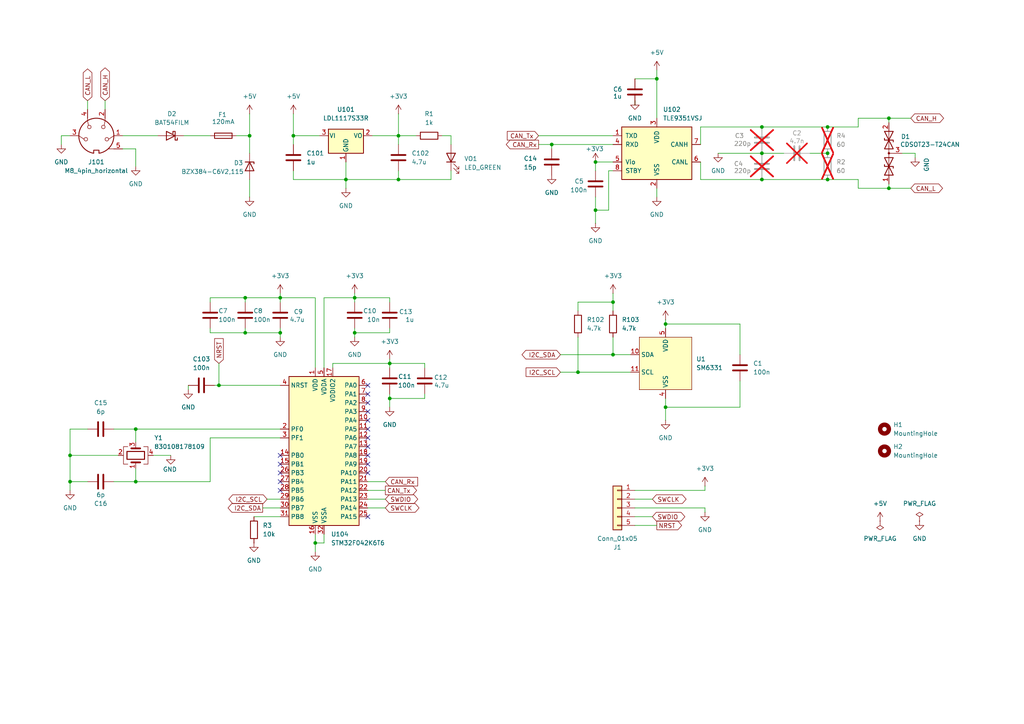
<source format=kicad_sch>
(kicad_sch (version 20231120) (generator "eeschema") (generator_version "8.0")
  (paper "A4")
  (lib_symbols
    (symbol "ASS_parts:SM6331"
      (property "Reference" "U" (at 0 1.27 0))
      (property "Value" "SM6331" (at 0 -1.27 0))
      (symbol "SM6331_0_0"
        (pin no_connect line (at 10.16 0 180) (length 2.54) hide (name "") (number "1"))
        (pin bidirectional line (at -10.16 2.54 0) (length 2.54) (name "SDA") (number "10"))
        (pin input line (at -10.16 -2.54 0) (length 2.54) (name "SCL") (number "11"))
        (pin no_connect line (at 10.16 0 180) (length 2.54) hide (name "") (number "12"))
        (pin no_connect line (at 10.16 0 180) (length 2.54) hide (name "") (number "13"))
        (pin no_connect line (at 10.16 0 180) (length 2.54) hide (name "") (number "14"))
        (pin no_connect line (at 10.16 0 180) (length 2.54) hide (name "") (number "15"))
        (pin no_connect line (at 10.16 0 180) (length 2.54) hide (name "") (number "16"))
        (pin no_connect line (at 10.16 0 180) (length 2.54) hide (name "") (number "2"))
        (pin no_connect line (at 10.16 0 180) (length 2.54) hide (name "") (number "3"))
        (pin power_in line (at 0 -10.16 90) (length 2.54) (name "VSS") (number "4"))
        (pin power_in line (at 0 10.16 270) (length 2.54) (name "VDD") (number "5"))
        (pin no_connect line (at 10.16 0 180) (length 2.54) hide (name "") (number "6"))
        (pin no_connect line (at 10.16 0 180) (length 2.54) hide (name "") (number "7"))
        (pin no_connect line (at 10.16 0 180) (length 2.54) hide (name "") (number "8"))
        (pin no_connect line (at 10.16 0 180) (length 2.54) hide (name "") (number "9"))
      )
      (symbol "SM6331_0_1"
        (rectangle (start -7.62 7.62) (end 7.62 -7.62) (fill (type background)))
      )
    )
    (symbol "Connector_Generic:Conn_01x05" (pin_names (offset 1.016) hide)
      (property "Reference" "J" (at 0 7.62 0))
      (property "Value" "Conn_01x05" (at 0 -7.62 0))
      (symbol "Conn_01x05_1_1"
        (rectangle (start -1.27 -4.953) (end 0 -5.207) (stroke (width 0.1524)))
        (rectangle (start -1.27 -2.413) (end 0 -2.667) (stroke (width 0.1524)))
        (rectangle (start -1.27 0.127) (end 0 -0.127) (stroke (width 0.1524)))
        (rectangle (start -1.27 2.667) (end 0 2.413) (stroke (width 0.1524)))
        (rectangle (start -1.27 5.207) (end 0 4.953) (stroke (width 0.1524)))
        (rectangle (start -1.27 6.35) (end 1.27 -6.35) (stroke (width 0.254)) (fill (type background)))
        (pin passive line (at -5.08 5.08 0) (length 3.81) (name "Pin_1") (number "1"))
        (pin passive line (at -5.08 2.54 0) (length 3.81) (name "Pin_2") (number "2"))
        (pin passive line (at -5.08 0 0) (length 3.81) (name "Pin_3") (number "3"))
        (pin passive line (at -5.08 -2.54 0) (length 3.81) (name "Pin_4") (number "4"))
        (pin passive line (at -5.08 -5.08 0) (length 3.81) (name "Pin_5") (number "5"))
      )
    )
    (symbol "Device:C" (pin_numbers hide) (pin_names (offset 0.254))
      (property "Reference" "C" (at 0.635 2.54 0))
      (property "Value" "C" (at 0.635 -2.54 0))
      (symbol "C_0_1"
        (polyline (pts (xy -2.032 -0.762) (xy 2.032 -0.762)) (stroke (width 0.508)))
        (polyline (pts (xy -2.032 0.762) (xy 2.032 0.762)) (stroke (width 0.508)))
      )
      (symbol "C_1_1"
        (pin passive line (at 0 3.81 270) (length 2.794) (name "~") (number "1"))
        (pin passive line (at 0 -3.81 90) (length 2.794) (name "~") (number "2"))
      )
    )
    (symbol "Device:D_Schottky" (pin_numbers hide) (pin_names (offset 1.016) hide)
      (property "Reference" "D" (at 0 2.54 0))
      (property "Value" "D_Schottky" (at 0 -2.54 0))
      (symbol "D_Schottky_0_1"
        (polyline (pts (xy 1.27 0) (xy -1.27 0)))
        (polyline (pts (xy 1.27 1.27) (xy 1.27 -1.27) (xy -1.27 0) (xy 1.27 1.27)) (stroke (width 0.254)))
        (polyline (pts (xy -1.905 0.635) (xy -1.905 1.27) (xy -1.27 1.27) (xy -1.27 -1.27) (xy -0.635 -1.27) (xy -0.635 -0.635)) (stroke (width 0.254)))
      )
      (symbol "D_Schottky_1_1"
        (pin passive line (at -3.81 0 0) (length 2.54) (name "K") (number "1"))
        (pin passive line (at 3.81 0 180) (length 2.54) (name "A") (number "2"))
      )
    )
    (symbol "Device:D_TVS_Dual_AAC" (pin_names (offset 1.016) hide)
      (property "Reference" "D" (at 0 4.445 0))
      (property "Value" "D_TVS_Dual_AAC" (at 0 2.54 0))
      (symbol "D_TVS_Dual_AAC_0_0"
        (polyline (pts (xy 0 -1.27) (xy 0 0)))
      )
      (symbol "D_TVS_Dual_AAC_0_1"
        (polyline (pts (xy -6.35 0) (xy 6.35 0)))
        (polyline (pts (xy -3.302 1.27) (xy -3.81 1.27) (xy -3.81 -1.27) (xy -4.318 -1.27)) (stroke (width 0.254)))
        (polyline (pts (xy 4.318 1.27) (xy 3.81 1.27) (xy 3.81 -1.27) (xy 3.302 -1.27)) (stroke (width 0.254)))
        (polyline (pts (xy -6.35 1.27) (xy -1.27 -1.27) (xy -1.27 1.27) (xy -6.35 -1.27) (xy -6.35 1.27)) (stroke (width 0.254)))
        (polyline (pts (xy 6.35 1.27) (xy 1.27 -1.27) (xy 1.27 1.27) (xy 6.35 -1.27) (xy 6.35 1.27)) (stroke (width 0.254)))
        (circle (center 0 0) (radius 0.254) (fill (type outline)))
      )
      (symbol "D_TVS_Dual_AAC_1_1"
        (pin passive line (at -8.89 0 0) (length 2.54) (name "A1") (number "1"))
        (pin passive line (at 8.89 0 180) (length 2.54) (name "A2") (number "2"))
        (pin passive line (at 0 -3.81 90) (length 2.54) (name "common") (number "3"))
      )
    )
    (symbol "Device:D_Zener" (pin_numbers hide) (pin_names (offset 1.016) hide)
      (property "Reference" "D" (at 0 2.54 0))
      (property "Value" "D_Zener" (at 0 -2.54 0))
      (symbol "D_Zener_0_1"
        (polyline (pts (xy 1.27 0) (xy -1.27 0)))
        (polyline (pts (xy -1.27 -1.27) (xy -1.27 1.27) (xy -0.762 1.27)) (stroke (width 0.254)))
        (polyline (pts (xy 1.27 -1.27) (xy 1.27 1.27) (xy -1.27 0) (xy 1.27 -1.27)) (stroke (width 0.254)))
      )
      (symbol "D_Zener_1_1"
        (pin passive line (at -3.81 0 0) (length 2.54) (name "K") (number "1"))
        (pin passive line (at 3.81 0 180) (length 2.54) (name "A") (number "2"))
      )
    )
    (symbol "Device:Fuse" (pin_numbers hide) (pin_names (offset 0))
      (property "Reference" "F" (at 2.032 0 90))
      (property "Value" "Fuse" (at -1.905 0 90))
      (symbol "Fuse_0_1"
        (rectangle (start -0.762 -2.54) (end 0.762 2.54) (stroke (width 0.254)))
        (polyline (pts (xy 0 2.54) (xy 0 -2.54)))
      )
      (symbol "Fuse_1_1"
        (pin passive line (at 0 3.81 270) (length 1.27) (name "~") (number "1"))
        (pin passive line (at 0 -3.81 90) (length 1.27) (name "~") (number "2"))
      )
    )
    (symbol "Device:LED" (pin_numbers hide) (pin_names (offset 1.016) hide)
      (property "Reference" "D" (at 0 2.54 0))
      (property "Value" "LED" (at 0 -2.54 0))
      (symbol "LED_0_1"
        (polyline (pts (xy -1.27 -1.27) (xy -1.27 1.27)) (stroke (width 0.254)))
        (polyline (pts (xy -1.27 0) (xy 1.27 0)))
        (polyline (pts (xy 1.27 -1.27) (xy 1.27 1.27) (xy -1.27 0) (xy 1.27 -1.27)) (stroke (width 0.254)))
        (polyline (pts (xy -3.048 -0.762) (xy -4.572 -2.286) (xy -3.81 -2.286) (xy -4.572 -2.286) (xy -4.572 -1.524)))
        (polyline (pts (xy -1.778 -0.762) (xy -3.302 -2.286) (xy -2.54 -2.286) (xy -3.302 -2.286) (xy -3.302 -1.524)))
      )
      (symbol "LED_1_1"
        (pin passive line (at -3.81 0 0) (length 2.54) (name "K") (number "1"))
        (pin passive line (at 3.81 0 180) (length 2.54) (name "A") (number "2"))
      )
    )
    (symbol "Device:R" (pin_numbers hide) (pin_names (offset 0))
      (property "Reference" "R" (at 2.032 0 90))
      (property "Value" "R" (at 0 0 90))
      (symbol "R_0_1"
        (rectangle (start -1.016 -2.54) (end 1.016 2.54) (stroke (width 0.254)))
      )
      (symbol "R_1_1"
        (pin passive line (at 0 3.81 270) (length 1.27) (name "~") (number "1"))
        (pin passive line (at 0 -3.81 90) (length 1.27) (name "~") (number "2"))
      )
    )
    (symbol "FaSTTUBe_Crystals:830108178109" (pin_names (offset 1.016) hide)
      (property "Reference" "Y" (at 3.175 5.08 0))
      (property "Value" "830108178109" (at 3.175 3.175 0))
      (symbol "830108178109_0_1"
        (rectangle (start -1.143 2.54) (end 1.143 -2.54) (stroke (width 0.3048)))
        (polyline (pts (xy -2.54 0) (xy -2.032 0)))
        (polyline (pts (xy -2.032 -1.27) (xy -2.032 1.27)) (stroke (width 0.508)))
        (polyline (pts (xy 0 -3.81) (xy 0 -3.556)))
        (polyline (pts (xy 0 3.556) (xy 0 3.81)))
        (polyline (pts (xy 2.032 -1.27) (xy 2.032 1.27)) (stroke (width 0.508)))
        (polyline (pts (xy 2.032 0) (xy 2.54 0)))
        (polyline (pts (xy -2.54 -2.286) (xy -2.54 -3.556) (xy 2.54 -3.556) (xy 2.54 -2.286)))
        (polyline (pts (xy -2.54 2.286) (xy -2.54 3.556) (xy 2.54 3.556) (xy 2.54 2.286)))
      )
      (symbol "830108178109_1_1"
        (pin passive line (at -3.81 0 0) (length 1.27) (name "1") (number "1"))
        (pin passive line (at 0 5.08 270) (length 1.27) (name "2") (number "2"))
        (pin passive line (at 3.81 0 180) (length 1.27) (name "3") (number "3"))
        (pin passive line (at 0 -5.08 90) (length 1.27) (name "4") (number "4"))
      )
    )
    (symbol "FaSTTUBe_Transceivers:TLE9351VSJ" (pin_names (offset 1.016))
      (property "Reference" "U" (at -10.16 8.89 0))
      (property "Value" "TLE9351VSJ" (at 2.54 8.89 0))
      (symbol "TLE9351VSJ_0_1"
        (rectangle (start -10.16 7.62) (end 10.16 -7.62) (stroke (width 0.254)) (fill (type background)))
      )
      (symbol "TLE9351VSJ_1_1"
        (pin input line (at -12.7 5.08 0) (length 2.54) (name "TXD") (number "1"))
        (pin power_in line (at 0 -10.16 90) (length 2.54) (name "VSS") (number "2"))
        (pin power_in line (at 0 10.16 270) (length 2.54) (name "VDD") (number "3"))
        (pin output line (at -12.7 2.54 0) (length 2.54) (name "RXD") (number "4"))
        (pin power_in line (at -12.7 -2.54 0) (length 2.54) (name "Vio") (number "5"))
        (pin bidirectional line (at 12.7 -2.54 180) (length 2.54) (name "CANL") (number "6"))
        (pin bidirectional line (at 12.7 2.54 180) (length 2.54) (name "CANH") (number "7"))
        (pin input line (at -12.7 -5.08 0) (length 2.54) (name "STBY") (number "8"))
      )
    )
    (symbol "FaSTTUBe_connectors:M8_4pin_horizontal" (pin_names (offset 1.016))
      (property "Reference" "J" (at 5.334 5.08 0))
      (property "Value" "M8_4pin_horizontal" (at 0 -6.35 0))
      (symbol "M8_4pin_horizontal_0_1"
        (arc (start -5.08 0) (mid -3.8597 -3.3379) (end -0.762 -5.08) (stroke (width 0.254)))
        (circle (center -3.048 -1.016) (radius 0.508))
        (circle (center -2.032 2.54) (radius 0.508))
        (polyline (pts (xy -3.556 -1.016) (xy -5.08 0)))
        (polyline (pts (xy 3.81 -3.81) (xy 3.556 -3.81)))
        (polyline (pts (xy 5.08 -3.81) (xy 3.81 -3.81)))
        (polyline (pts (xy 5.08 0) (xy 3.556 -1.016)))
        (polyline (pts (xy -2.54 5.08) (xy -2.54 4.318) (xy -2.286 3.048)))
        (polyline (pts (xy 2.54 5.08) (xy 2.54 4.318) (xy 2.286 3.048)))
        (polyline (pts (xy -0.762 -4.953) (xy -0.762 -4.191) (xy 0.762 -4.191) (xy 0.762 -4.953)) (stroke (width 0.254)))
        (arc (start 0.762 -5.08) (mid 3.8673 -3.3444) (end 5.08 0) (stroke (width 0.254)))
        (circle (center 2.032 2.54) (radius 0.508))
        (circle (center 3.048 -1.016) (radius 0.508))
        (arc (start 5.08 0) (mid 0 5.0579) (end -5.08 0) (stroke (width 0.254)))
      )
      (symbol "M8_4pin_horizontal_1_1"
        (pin passive line (at 7.62 0 180) (length 2.54) (name "~") (number "1"))
        (pin passive line (at 2.54 7.62 270) (length 2.54) (name "~") (number "2"))
        (pin passive line (at -7.62 0 0) (length 2.54) (name "~") (number "3"))
        (pin passive line (at -2.54 7.62 270) (length 2.54) (name "~") (number "4"))
        (pin passive line (at 7.62 -3.81 180) (length 2.54) (name "~") (number "5"))
      )
    )
    (symbol "GND_1" (power) (pin_numbers hide) (pin_names (offset 0) hide)
      (property "Value" "GND" (at 0 -3.81 0))
      (symbol "GND_1_0_1"
        (polyline (pts (xy 0 0) (xy 0 -1.27) (xy 1.27 -1.27) (xy 0 -2.54) (xy -1.27 -1.27) (xy 0 -1.27)))
      )
      (symbol "GND_1_1_1"
        (pin power_in line (at 0 0 270) (length 0) (name "~") (number "1"))
      )
    )
    (symbol "MCU_ST_STM32F0:STM32F042K6Tx"
      (property "Reference" "U" (at -10.16 21.59 0))
      (property "Value" "STM32F042K6Tx" (at 5.08 21.59 0))
      (symbol "STM32F042K6Tx_0_1"
        (rectangle (start -10.16 -22.86) (end 10.16 20.32) (stroke (width 0.254)) (fill (type background)))
      )
      (symbol "STM32F042K6Tx_1_1"
        (pin power_in line (at -2.54 22.86 270) (length 2.54) (name "VDD") (number "1"))
        (pin bidirectional line (at 12.7 7.62 180) (length 2.54) (name "PA4") (number "10"))
        (pin bidirectional line (at 12.7 5.08 180) (length 2.54) (name "PA5") (number "11"))
        (pin bidirectional line (at 12.7 2.54 180) (length 2.54) (name "PA6") (number "12"))
        (pin bidirectional line (at 12.7 0 180) (length 2.54) (name "PA7") (number "13"))
        (pin bidirectional line (at -12.7 -2.54 0) (length 2.54) (name "PB0") (number "14"))
        (pin bidirectional line (at -12.7 -5.08 0) (length 2.54) (name "PB1") (number "15"))
        (pin power_in line (at -2.54 -25.4 90) (length 2.54) (name "VSS") (number "16"))
        (pin power_in line (at 2.54 22.86 270) (length 2.54) (name "VDDIO2") (number "17"))
        (pin bidirectional line (at 12.7 -2.54 180) (length 2.54) (name "PA8") (number "18"))
        (pin bidirectional line (at 12.7 -5.08 180) (length 2.54) (name "PA9") (number "19"))
        (pin input line (at -12.7 5.08 0) (length 2.54) (name "PF0") (number "2"))
        (pin bidirectional line (at 12.7 -7.62 180) (length 2.54) (name "PA10") (number "20"))
        (pin bidirectional line (at 12.7 -10.16 180) (length 2.54) (name "PA11") (number "21"))
        (pin bidirectional line (at 12.7 -12.7 180) (length 2.54) (name "PA12") (number "22"))
        (pin bidirectional line (at 12.7 -15.24 180) (length 2.54) (name "PA13") (number "23"))
        (pin bidirectional line (at 12.7 -17.78 180) (length 2.54) (name "PA14") (number "24"))
        (pin bidirectional line (at 12.7 -20.32 180) (length 2.54) (name "PA15") (number "25"))
        (pin bidirectional line (at -12.7 -7.62 0) (length 2.54) (name "PB3") (number "26"))
        (pin bidirectional line (at -12.7 -10.16 0) (length 2.54) (name "PB4") (number "27"))
        (pin bidirectional line (at -12.7 -12.7 0) (length 2.54) (name "PB5") (number "28"))
        (pin bidirectional line (at -12.7 -15.24 0) (length 2.54) (name "PB6") (number "29"))
        (pin input line (at -12.7 2.54 0) (length 2.54) (name "PF1") (number "3"))
        (pin bidirectional line (at -12.7 -17.78 0) (length 2.54) (name "PB7") (number "30"))
        (pin bidirectional line (at -12.7 -20.32 0) (length 2.54) (name "PB8") (number "31"))
        (pin power_in line (at 0 -25.4 90) (length 2.54) (name "VSSA") (number "32"))
        (pin input line (at -12.7 17.78 0) (length 2.54) (name "NRST") (number "4"))
        (pin power_in line (at 0 22.86 270) (length 2.54) (name "VDDA") (number "5"))
        (pin bidirectional line (at 12.7 17.78 180) (length 2.54) (name "PA0") (number "6"))
        (pin bidirectional line (at 12.7 15.24 180) (length 2.54) (name "PA1") (number "7"))
        (pin bidirectional line (at 12.7 12.7 180) (length 2.54) (name "PA2") (number "8"))
        (pin bidirectional line (at 12.7 10.16 180) (length 2.54) (name "PA3") (number "9"))
      )
    )
    (symbol "Mechanical:MountingHole" (pin_names (offset 1.016)) (exclude_from_sim yes) (in_bom no)
      (property "Reference" "H" (at 0 5.08 0))
      (property "Value" "MountingHole" (at 0 3.175 0))
      (symbol "MountingHole_0_1"
        (circle (center 0 0) (radius 1.27) (stroke (width 1.27)))
      )
    )
    (symbol "Regulator_Linear:AP1117-33" (pin_names (offset 0.254))
      (property "Reference" "U" (at -3.81 3.175 0))
      (property "Value" "AP1117-33" (at 0 3.175 0))
      (symbol "AP1117-33_0_1"
        (rectangle (start -5.08 -5.08) (end 5.08 1.905) (stroke (width 0.254)) (fill (type background)))
      )
      (symbol "AP1117-33_1_1"
        (pin power_in line (at 0 -7.62 90) (length 2.54) (name "GND") (number "1"))
        (pin power_out line (at 7.62 0 180) (length 2.54) (name "VO") (number "2"))
        (pin power_in line (at -7.62 0 0) (length 2.54) (name "VI") (number "3"))
      )
    )
    (symbol "power:+3V3" (power) (pin_numbers hide) (pin_names (offset 0) hide)
      (property "Value" "+3V3" (at 0 3.556 0))
      (symbol "+3V3_0_1"
        (polyline (pts (xy -0.762 1.27) (xy 0 2.54)))
        (polyline (pts (xy 0 0) (xy 0 2.54)))
        (polyline (pts (xy 0 2.54) (xy 0.762 1.27)))
      )
      (symbol "+3V3_1_1"
        (pin power_in line (at 0 0 90) (length 0) (name "~") (number "1"))
      )
    )
    (symbol "power:+5V" (power) (pin_numbers hide) (pin_names (offset 0) hide)
      (property "Value" "+5V" (at 0 3.556 0))
      (symbol "+5V_0_1"
        (polyline (pts (xy -0.762 1.27) (xy 0 2.54)))
        (polyline (pts (xy 0 0) (xy 0 2.54)))
        (polyline (pts (xy 0 2.54) (xy 0.762 1.27)))
      )
      (symbol "+5V_1_1"
        (pin power_in line (at 0 0 90) (length 0) (name "~") (number "1"))
      )
    )
    (symbol "power:GND" (power) (pin_names (offset 0))
      (property "Value" "GND" (at 0 -3.81 0))
      (symbol "GND_0_1"
        (polyline (pts (xy 0 0) (xy 0 -1.27) (xy 1.27 -1.27) (xy 0 -2.54) (xy -1.27 -1.27) (xy 0 -1.27)))
      )
      (symbol "GND_1_1"
        (pin power_in line (at 0 0 270) (length 0) hide (name "GND") (number "1"))
      )
    )
    (symbol "power:PWR_FLAG" (power) (pin_numbers hide) (pin_names (offset 0) hide)
      (property "Value" "PWR_FLAG" (at 0 3.81 0))
      (symbol "PWR_FLAG_0_0"
        (pin power_out line (at 0 0 90) (length 0) (name "~") (number "1"))
      )
      (symbol "PWR_FLAG_0_1"
        (polyline (pts (xy 0 0) (xy 0 1.27) (xy -1.016 1.905) (xy 0 2.54) (xy 1.016 1.905) (xy 0 1.27)))
      )
    )
  )
  (junction (at 115.57 52.07))
  (junction (at 240.03 44.45))
  (junction (at 220.98 36.83))
  (junction (at 257.81 54.61))
  (junction (at 167.64 107.95))
  (junction (at 113.03 115.57))
  (junction (at 102.87 86.36))
  (junction (at 20.32 139.7))
  (junction (at 71.12 86.36))
  (junction (at 172.72 46.99))
  (junction (at 257.81 34.29))
  (junction (at 177.8 87.63))
  (junction (at 81.28 86.36))
  (junction (at 71.12 96.52))
  (junction (at 63.5 111.76))
  (junction (at 102.87 96.52))
  (junction (at 172.72 60.96))
  (junction (at 85.09 39.37))
  (junction (at 160.02 41.91))
  (junction (at 115.57 39.37))
  (junction (at 113.03 105.41))
  (junction (at 193.04 118.11))
  (junction (at 20.32 132.08))
  (junction (at 72.39 39.37))
  (junction (at 39.37 139.7))
  (junction (at 81.28 96.52))
  (junction (at 240.03 52.07))
  (junction (at 100.33 52.07))
  (junction (at 193.04 93.98))
  (junction (at 177.8 102.87))
  (junction (at 190.5 22.86))
  (junction (at 220.98 52.07))
  (junction (at 220.98 44.45))
  (junction (at 91.44 157.48))
  (junction (at 39.37 124.46))
  (junction (at 240.03 36.83))
  (no_connect (at 106.68 132.08))
  (no_connect (at 106.68 149.86))
  (no_connect (at 106.68 134.62))
  (no_connect (at 106.68 137.16))
  (no_connect (at 106.68 111.76))
  (no_connect (at 106.68 114.3))
  (no_connect (at 106.68 116.84))
  (no_connect (at 106.68 119.38))
  (no_connect (at 106.68 121.92))
  (no_connect (at 106.68 124.46))
  (no_connect (at 106.68 127))
  (no_connect (at 106.68 129.54))
  (no_connect (at 81.28 132.08))
  (no_connect (at 81.28 134.62))
  (no_connect (at 81.28 137.16))
  (no_connect (at 81.28 139.7))
  (no_connect (at 81.28 142.24))
  (wire (pts (xy 107.95 39.37) (xy 115.57 39.37)))
  (wire (pts (xy 167.64 90.17) (xy 167.64 87.63)))
  (wire (pts (xy 102.87 86.36) (xy 113.03 86.36)))
  (wire (pts (xy 33.02 124.46) (xy 39.37 124.46)))
  (wire (pts (xy 100.33 52.07) (xy 115.57 52.07)))
  (wire (pts (xy 96.52 105.41) (xy 96.52 106.68)))
  (wire (pts (xy 72.39 39.37) (xy 72.39 44.45)))
  (wire (pts (xy 184.15 22.86) (xy 190.5 22.86)))
  (wire (pts (xy 106.68 144.78) (xy 111.76 144.78)))
  (wire (pts (xy 203.2 36.83) (xy 203.2 41.91)))
  (wire (pts (xy 60.96 86.36) (xy 71.12 86.36)))
  (wire (pts (xy 102.87 85.09) (xy 102.87 86.36)))
  (wire (pts (xy 39.37 124.46) (xy 39.37 128.27)))
  (wire (pts (xy 172.72 46.99) (xy 177.8 46.99)))
  (wire (pts (xy 162.56 107.95) (xy 167.64 107.95)))
  (wire (pts (xy 257.81 53.34) (xy 257.81 54.61)))
  (wire (pts (xy 25.4 29.21) (xy 25.4 31.75)))
  (wire (pts (xy 208.28 44.45) (xy 220.98 44.45)))
  (wire (pts (xy 33.02 139.7) (xy 39.37 139.7)))
  (wire (pts (xy 76.2 147.32) (xy 81.28 147.32)))
  (wire (pts (xy 106.68 142.24) (xy 111.76 142.24)))
  (wire (pts (xy 20.32 132.08) (xy 34.29 132.08)))
  (wire (pts (xy 91.44 157.48) (xy 91.44 160.02)))
  (wire (pts (xy 257.81 34.29) (xy 264.16 34.29)))
  (wire (pts (xy 35.56 39.37) (xy 45.72 39.37)))
  (wire (pts (xy 265.43 45.72) (xy 265.43 44.45)))
  (wire (pts (xy 167.64 87.63) (xy 177.8 87.63)))
  (wire (pts (xy 123.19 105.41) (xy 123.19 106.68)))
  (wire (pts (xy 265.43 44.45) (xy 261.62 44.45)))
  (wire (pts (xy 81.28 86.36) (xy 91.44 86.36)))
  (wire (pts (xy 204.47 147.32) (xy 204.47 148.59)))
  (wire (pts (xy 71.12 86.36) (xy 71.12 87.63)))
  (wire (pts (xy 102.87 97.79) (xy 102.87 96.52)))
  (wire (pts (xy 81.28 86.36) (xy 81.28 87.63)))
  (wire (pts (xy 102.87 86.36) (xy 102.87 87.63)))
  (wire (pts (xy 240.03 36.83) (xy 248.92 36.83)))
  (wire (pts (xy 91.44 86.36) (xy 91.44 106.68)))
  (wire (pts (xy 128.27 39.37) (xy 130.81 39.37)))
  (wire (pts (xy 85.09 52.07) (xy 100.33 52.07)))
  (wire (pts (xy 184.15 149.86) (xy 189.23 149.86)))
  (wire (pts (xy 39.37 124.46) (xy 81.28 124.46)))
  (wire (pts (xy 60.96 127) (xy 60.96 139.7)))
  (wire (pts (xy 172.72 49.53) (xy 172.72 46.99)))
  (wire (pts (xy 85.09 49.53) (xy 85.09 52.07)))
  (wire (pts (xy 248.92 34.29) (xy 257.81 34.29)))
  (wire (pts (xy 113.03 96.52) (xy 113.03 95.25)))
  (wire (pts (xy 25.4 124.46) (xy 20.32 124.46)))
  (wire (pts (xy 234.95 44.45) (xy 240.03 44.45)))
  (wire (pts (xy 203.2 36.83) (xy 220.98 36.83)))
  (wire (pts (xy 85.09 39.37) (xy 85.09 41.91)))
  (wire (pts (xy 115.57 52.07) (xy 130.81 52.07)))
  (wire (pts (xy 184.15 147.32) (xy 204.47 147.32)))
  (wire (pts (xy 123.19 115.57) (xy 123.19 114.3)))
  (wire (pts (xy 220.98 52.07) (xy 240.03 52.07)))
  (wire (pts (xy 177.8 87.63) (xy 177.8 90.17)))
  (wire (pts (xy 20.32 132.08) (xy 20.32 139.7)))
  (wire (pts (xy 77.47 144.78) (xy 81.28 144.78)))
  (wire (pts (xy 113.03 105.41) (xy 113.03 106.68)))
  (wire (pts (xy 184.15 142.24) (xy 204.47 142.24)))
  (wire (pts (xy 106.68 147.32) (xy 111.76 147.32)))
  (wire (pts (xy 115.57 39.37) (xy 120.65 39.37)))
  (wire (pts (xy 184.15 152.4) (xy 190.5 152.4)))
  (wire (pts (xy 91.44 154.94) (xy 91.44 157.48)))
  (wire (pts (xy 193.04 92.71) (xy 193.04 93.98)))
  (wire (pts (xy 130.81 52.07) (xy 130.81 49.53)))
  (wire (pts (xy 72.39 57.15) (xy 72.39 52.07)))
  (wire (pts (xy 115.57 52.07) (xy 115.57 49.53)))
  (wire (pts (xy 176.53 49.53) (xy 176.53 60.96)))
  (wire (pts (xy 73.66 149.86) (xy 81.28 149.86)))
  (wire (pts (xy 172.72 60.96) (xy 176.53 60.96)))
  (wire (pts (xy 248.92 54.61) (xy 248.92 52.07)))
  (wire (pts (xy 60.96 96.52) (xy 71.12 96.52)))
  (wire (pts (xy 39.37 139.7) (xy 60.96 139.7)))
  (wire (pts (xy 257.81 34.29) (xy 257.81 35.56)))
  (wire (pts (xy 184.15 29.21) (xy 184.15 30.48)))
  (wire (pts (xy 177.8 97.79) (xy 177.8 102.87)))
  (wire (pts (xy 113.03 115.57) (xy 113.03 114.3)))
  (wire (pts (xy 160.02 43.18) (xy 160.02 41.91)))
  (wire (pts (xy 156.21 41.91) (xy 160.02 41.91)))
  (wire (pts (xy 91.44 157.48) (xy 93.98 157.48)))
  (wire (pts (xy 214.63 93.98) (xy 193.04 93.98)))
  (wire (pts (xy 240.03 52.07) (xy 248.92 52.07)))
  (wire (pts (xy 203.2 46.99) (xy 203.2 52.07)))
  (wire (pts (xy 190.5 54.61) (xy 190.5 57.15)))
  (wire (pts (xy 214.63 93.98) (xy 214.63 102.87)))
  (wire (pts (xy 60.96 86.36) (xy 60.96 87.63)))
  (wire (pts (xy 190.5 20.32) (xy 190.5 22.86)))
  (wire (pts (xy 30.48 29.21) (xy 30.48 31.75)))
  (wire (pts (xy 85.09 39.37) (xy 92.71 39.37)))
  (wire (pts (xy 193.04 118.11) (xy 214.63 118.11)))
  (wire (pts (xy 60.96 96.52) (xy 60.96 95.25)))
  (wire (pts (xy 20.32 139.7) (xy 20.32 142.24)))
  (wire (pts (xy 113.03 118.11) (xy 113.03 115.57)))
  (wire (pts (xy 162.56 102.87) (xy 177.8 102.87)))
  (wire (pts (xy 20.32 124.46) (xy 20.32 132.08)))
  (wire (pts (xy 68.58 39.37) (xy 72.39 39.37)))
  (wire (pts (xy 130.81 39.37) (xy 130.81 41.91)))
  (wire (pts (xy 115.57 41.91) (xy 115.57 39.37)))
  (wire (pts (xy 71.12 86.36) (xy 81.28 86.36)))
  (wire (pts (xy 106.68 139.7) (xy 111.76 139.7)))
  (wire (pts (xy 172.72 57.15) (xy 172.72 60.96)))
  (wire (pts (xy 184.15 144.78) (xy 189.23 144.78)))
  (wire (pts (xy 113.03 86.36) (xy 113.03 87.63)))
  (wire (pts (xy 190.5 22.86) (xy 190.5 34.29)))
  (wire (pts (xy 71.12 96.52) (xy 81.28 96.52)))
  (wire (pts (xy 214.63 118.11) (xy 214.63 110.49)))
  (wire (pts (xy 257.81 54.61) (xy 264.16 54.61)))
  (wire (pts (xy 81.28 85.09) (xy 81.28 86.36)))
  (wire (pts (xy 156.21 39.37) (xy 177.8 39.37)))
  (wire (pts (xy 39.37 135.89) (xy 39.37 139.7)))
  (wire (pts (xy 177.8 102.87) (xy 182.88 102.87)))
  (wire (pts (xy 177.8 85.09) (xy 177.8 87.63)))
  (wire (pts (xy 17.78 39.37) (xy 20.32 39.37)))
  (wire (pts (xy 220.98 44.45) (xy 227.33 44.45)))
  (wire (pts (xy 54.61 111.76) (xy 54.61 113.03)))
  (wire (pts (xy 203.2 52.07) (xy 220.98 52.07)))
  (wire (pts (xy 176.53 49.53) (xy 177.8 49.53)))
  (wire (pts (xy 60.96 127) (xy 81.28 127)))
  (wire (pts (xy 167.64 107.95) (xy 167.64 97.79)))
  (wire (pts (xy 96.52 105.41) (xy 113.03 105.41)))
  (wire (pts (xy 63.5 105.41) (xy 63.5 111.76)))
  (wire (pts (xy 193.04 115.57) (xy 193.04 118.11)))
  (wire (pts (xy 63.5 111.76) (xy 81.28 111.76)))
  (wire (pts (xy 248.92 34.29) (xy 248.92 36.83)))
  (wire (pts (xy 115.57 33.02) (xy 115.57 39.37)))
  (wire (pts (xy 71.12 96.52) (xy 71.12 95.25)))
  (wire (pts (xy 17.78 41.91) (xy 17.78 39.37)))
  (wire (pts (xy 113.03 105.41) (xy 123.19 105.41)))
  (wire (pts (xy 39.37 48.26) (xy 39.37 43.18)))
  (wire (pts (xy 85.09 33.02) (xy 85.09 39.37)))
  (wire (pts (xy 93.98 157.48) (xy 93.98 154.94)))
  (wire (pts (xy 53.34 39.37) (xy 60.96 39.37)))
  (wire (pts (xy 102.87 96.52) (xy 113.03 96.52)))
  (wire (pts (xy 81.28 97.79) (xy 81.28 96.52)))
  (wire (pts (xy 113.03 104.14) (xy 113.03 105.41)))
  (wire (pts (xy 93.98 86.36) (xy 102.87 86.36)))
  (wire (pts (xy 193.04 93.98) (xy 193.04 95.25)))
  (wire (pts (xy 102.87 96.52) (xy 102.87 95.25)))
  (wire (pts (xy 44.45 132.08) (xy 49.53 132.08)))
  (wire (pts (xy 113.03 115.57) (xy 123.19 115.57)))
  (wire (pts (xy 204.47 142.24) (xy 204.47 140.97)))
  (wire (pts (xy 248.92 54.61) (xy 257.81 54.61)))
  (wire (pts (xy 182.88 107.95) (xy 167.64 107.95)))
  (wire (pts (xy 100.33 46.99) (xy 100.33 52.07)))
  (wire (pts (xy 72.39 33.02) (xy 72.39 39.37)))
  (wire (pts (xy 39.37 43.18) (xy 35.56 43.18)))
  (wire (pts (xy 100.33 52.07) (xy 100.33 54.61)))
  (wire (pts (xy 81.28 96.52) (xy 81.28 95.25)))
  (wire (pts (xy 193.04 118.11) (xy 193.04 121.92)))
  (wire (pts (xy 220.98 36.83) (xy 240.03 36.83)))
  (wire (pts (xy 93.98 86.36) (xy 93.98 106.68)))
  (wire (pts (xy 172.72 60.96) (xy 172.72 64.77)))
  (wire (pts (xy 20.32 139.7) (xy 25.4 139.7)))
  (wire (pts (xy 160.02 41.91) (xy 177.8 41.91)))
  (wire (pts (xy 62.23 111.76) (xy 63.5 111.76)))
  (global_label "CAN_Rx" (shape output) (at 156.21 41.91 180) (property "Intersheetrefs" "${INTERSHEET_REFS}" (effects (hide yes))))
  (global_label "SWCLK" (shape bidirectional) (at 189.23 144.78 0) (property "Intersheetrefs" "${INTERSHEET_REFS}" (effects (hide yes))))
  (global_label "NRST" (shape input) (at 63.5 105.41 90) (property "Intersheetrefs" "${INTERSHEET_REFS}" (effects (hide yes))))
  (global_label "SWDIO" (shape bidirectional) (at 111.76 144.78 0) (property "Intersheetrefs" "${INTERSHEET_REFS}" (effects (hide yes))))
  (global_label "CAN_L" (shape bidirectional) (at 264.16 54.61 0) (property "Intersheetrefs" "${INTERSHEET_REFS}" (effects (hide yes))))
  (global_label "NRST" (shape output) (at 190.5 152.4 0) (property "Intersheetrefs" "${INTERSHEET_REFS}" (effects (hide yes))))
  (global_label "CAN_Tx" (shape input) (at 156.21 39.37 180) (property "Intersheetrefs" "${INTERSHEET_REFS}" (effects (hide yes))))
  (global_label "SWCLK" (shape bidirectional) (at 111.76 147.32 0) (property "Intersheetrefs" "${INTERSHEET_REFS}" (effects (hide yes))))
  (global_label "SWDIO" (shape bidirectional) (at 189.23 149.86 0) (property "Intersheetrefs" "${INTERSHEET_REFS}" (effects (hide yes))))
  (global_label "CAN_H" (shape bidirectional) (at 30.48 29.21 90) (property "Intersheetrefs" "${INTERSHEET_REFS}" (effects (hide yes))))
  (global_label "I2C_SCL" (shape bidirectional) (at 77.47 144.78 180) (property "Intersheetrefs" "${INTERSHEET_REFS}" (effects (hide yes))))
  (global_label "CAN_Tx" (shape output) (at 111.76 142.24 0) (property "Intersheetrefs" "${INTERSHEET_REFS}" (effects (hide yes))))
  (global_label "CAN_L" (shape bidirectional) (at 25.4 29.21 90) (property "Intersheetrefs" "${INTERSHEET_REFS}" (effects (hide yes))))
  (global_label "I2C_SDA" (shape output) (at 76.2 147.32 180) (property "Intersheetrefs" "${INTERSHEET_REFS}" (effects (hide yes))))
  (global_label "CAN_H" (shape bidirectional) (at 264.16 34.29 0) (property "Intersheetrefs" "${INTERSHEET_REFS}" (effects (hide yes))))
  (global_label "CAN_Rx" (shape input) (at 111.76 139.7 0) (property "Intersheetrefs" "${INTERSHEET_REFS}" (effects (hide yes))))
  (global_label "I2C_SDA" (shape bidirectional) (at 162.56 102.87 180) (property "Intersheetrefs" "${INTERSHEET_REFS}" (effects (hide yes))))
  (global_label "I2C_SCL" (shape input) (at 162.56 107.95 180) (property "Intersheetrefs" "${INTERSHEET_REFS}" (effects (hide yes))))
  (symbol (lib_id "Device:C") (at 220.98 48.26 180) (unit 1) (dnp yes)
    (property "Reference" "C4" (at 212.852 47.498 0) (effects (justify right)))
    (property "Value" "220p" (at 212.852 49.53 0) (effects (justify right)))
    (property "Footprint" "Capacitor_SMD:C_0603_1608Metric" (effects (hide yes)))
  )
  (symbol (lib_id "Device:C") (at 85.09 45.72 0) (unit 1)
    (property "Reference" "C101" (at 88.9 44.4499 0) (effects (justify left)))
    (property "Value" "1u" (at 88.9 46.9899 0) (effects (justify left)))
    (property "Footprint" "Capacitor_SMD:C_0603_1608Metric" (effects (hide yes)))
  )
  (symbol (lib_id "Mechanical:MountingHole") (at 256.54 124.46 0) (unit 1) (exclude_from_sim yes) (in_bom no)
    (property "Reference" "H1" (at 259.08 123.1899 0) (effects (justify left)))
    (property "Value" "MountingHole" (at 259.08 125.7299 0) (effects (justify left)))
    (property "Footprint" "MountingHole:MountingHole_3.2mm_M3_ISO7380" (effects (hide yes)))
    (property "Description" "Mounting Hole without connection" (effects (hide yes)))
  )
  (symbol (lib_name "GND_1") (lib_id "power:GND") (at 102.87 97.79 0) (unit 1)
    (property "Reference" "#PWR04" (effects (hide yes)))
    (property "Value" "GND" (at 102.87 102.87 0))
    (property "Description" "Power symbol creates a global label with name \"GND\" , ground" (effects (hide yes)))
  )
  (symbol (lib_id "Device:C") (at 29.21 139.7 270) (unit 1)
    (property "Reference" "C16" (at 29.21 146.05 90))
    (property "Value" "6p" (at 29.21 143.51 90))
    (property "Footprint" "Capacitor_SMD:C_0603_1608Metric" (effects (hide yes)))
    (property "LCSC" "C1549" (effects (hide yes)))
  )
  (symbol (lib_id "Device:R") (at 124.46 39.37 90) (unit 1)
    (property "Reference" "R1" (at 124.46 33.02 90))
    (property "Value" "1k" (at 124.46 35.56 90))
    (property "Footprint" "Resistor_SMD:R_0603_1608Metric" (effects (hide yes)))
  )
  (symbol (lib_id "power:GND") (at 17.78 41.91 0) (unit 1)
    (property "Reference" "#PWR0105" (effects (hide yes)))
    (property "Value" "GND" (at 17.78 46.99 0))
  )
  (symbol (lib_name "GND_1") (lib_id "power:GND") (at 39.37 48.26 0) (unit 1)
    (property "Reference" "#PWR028" (effects (hide yes)))
    (property "Value" "GND" (at 39.37 53.34 0))
    (property "Description" "Power symbol creates a global label with name \"GND\" , ground" (effects (hide yes)))
  )
  (symbol (lib_id "Device:C") (at 172.72 53.34 0) (unit 1)
    (property "Reference" "C5" (at 166.624 52.578 0) (effects (justify left)))
    (property "Value" "100n" (at 165.354 55.118 0) (effects (justify left)))
    (property "Footprint" "Capacitor_SMD:C_0603_1608Metric" (effects (hide yes)))
  )
  (symbol (lib_id "FaSTTUBe_connectors:M8_4pin_horizontal") (at 27.94 39.37 0) (unit 1)
    (property "Reference" "J101" (at 27.9401 46.99 0))
    (property "Value" "M8_4pin_horizontal" (at 27.9401 49.53 0))
    (property "Footprint" "FaSTTUBe_connectors:M8_718_4pin_horizontal" (effects (hide yes)))
    (property "Datasheet" "https://www.binder-connector.com/de/produkte/automatisierungstechnik/m-8-sensorsteckverbinder/flanschdose-gewinkelt-von-vorn-verschraubbar-mit-schirmblech-tauchloeten#866618112100004" (effects (hide yes)))
  )
  (symbol (lib_id "Device:C") (at 231.14 44.45 90) (unit 1) (dnp yes)
    (property "Reference" "C2" (at 231.14 38.608 90))
    (property "Value" "4.7n" (at 231.14 40.894 90))
    (property "Footprint" "Capacitor_SMD:C_0603_1608Metric" (effects (hide yes)))
  )
  (symbol (lib_id "Mechanical:MountingHole") (at 256.54 130.81 0) (unit 1) (exclude_from_sim yes) (in_bom no)
    (property "Reference" "H2" (at 259.08 129.5399 0) (effects (justify left)))
    (property "Value" "MountingHole" (at 259.08 132.0799 0) (effects (justify left)))
    (property "Footprint" "MountingHole:MountingHole_3.2mm_M3_ISO7380" (effects (hide yes)))
    (property "Description" "Mounting Hole without connection" (effects (hide yes)))
  )
  (symbol (lib_id "ASS_parts:SM6331") (at 193.04 105.41 0) (unit 1)
    (property "Reference" "U1" (at 201.93 104.1399 0) (effects (justify left)))
    (property "Value" "SM6331" (at 201.93 106.6799 0) (effects (justify left)))
    (property "Footprint" "ASS_parts:SM6000_SOIC-16" (effects (hide yes)))
    (property "Datasheet" "https://www.te.com/commerce/DocumentDelivery/DDEController?Action=showdoc&DocId=Data+Sheet%7FSM7000SM6000SM5000%7FA6%7Fpdf%7FEnglish%7FENG_DS_SM7000SM6000SM5000_A6.pdf%7F6331-BCE-S-005-000" (effects (hide yes)))
  )
  (symbol (lib_id "power:GND") (at 265.43 45.72 0) (unit 1)
    (property "Reference" "#PWR02" (effects (hide yes)))
    (property "Value" "GND" (at 268.732 45.72 90) (effects (justify right)))
  )
  (symbol (lib_id "power:+3V3") (at 102.87 85.09 0) (unit 1)
    (property "Reference" "#PWR07" (effects (hide yes)))
    (property "Value" "+3V3" (at 102.87 80.01 0))
    (property "Description" "Power symbol creates a global label with name \"+3V3\"" (effects (hide yes)))
  )
  (symbol (lib_id "power:+5V") (at 190.5 20.32 0) (unit 1)
    (property "Reference" "#PWR015" (effects (hide yes)))
    (property "Value" "+5V" (at 190.5 15.24 0))
    (property "Description" "Power symbol creates a global label with name \"+5V\"" (effects (hide yes)))
  )
  (symbol (lib_id "Device:R") (at 240.03 40.64 0) (unit 1) (dnp yes)
    (property "Reference" "R4" (at 242.57 39.3699 0) (effects (justify left)))
    (property "Value" "60" (at 242.57 41.9099 0) (effects (justify left)))
    (property "Footprint" "Resistor_SMD:R_0603_1608Metric" (effects (hide yes)))
  )
  (symbol (lib_name "GND_1") (lib_id "power:GND") (at 172.72 64.77 0) (unit 1)
    (property "Reference" "#PWR025" (effects (hide yes)))
    (property "Value" "GND" (at 172.72 69.85 0))
    (property "Description" "Power symbol creates a global label with name \"GND\" , ground" (effects (hide yes)))
  )
  (symbol (lib_id "power:+3V3") (at 204.47 140.97 0) (unit 1)
    (property "Reference" "#PWR029" (effects (hide yes)))
    (property "Value" "+3V3" (at 204.47 135.89 0))
    (property "Description" "Power symbol creates a global label with name \"+3V3\"" (effects (hide yes)))
  )
  (symbol (lib_id "power:+3V3") (at 172.72 46.99 0) (unit 1)
    (property "Reference" "#PWR019" (effects (hide yes)))
    (property "Value" "+3V3" (at 172.466 43.18 0))
    (property "Description" "Power symbol creates a global label with name \"+3V3\"" (effects (hide yes)))
  )
  (symbol (lib_id "Device:C") (at 214.63 106.68 0) (unit 1)
    (property "Reference" "C1" (at 218.44 105.4099 0) (effects (justify left)))
    (property "Value" "100n" (at 218.44 107.9499 0) (effects (justify left)))
    (property "Footprint" "Capacitor_SMD:C_0603_1608Metric" (effects (hide yes)))
  )
  (symbol (lib_name "GND_1") (lib_id "power:GND") (at 266.7 151.13 0) (unit 1)
    (property "Reference" "#PWR016" (effects (hide yes)))
    (property "Value" "GND" (at 266.7 156.21 0))
    (property "Description" "Power symbol creates a global label with name \"GND\" , ground" (effects (hide yes)))
  )
  (symbol (lib_id "power:+3V3") (at 113.03 104.14 0) (unit 1)
    (property "Reference" "#PWR05" (effects (hide yes)))
    (property "Value" "+3V3" (at 113.03 99.06 0))
    (property "Description" "Power symbol creates a global label with name \"+3V3\"" (effects (hide yes)))
  )
  (symbol (lib_name "GND_1") (lib_id "power:GND") (at 72.39 57.15 0) (unit 1)
    (property "Reference" "#PWR022" (effects (hide yes)))
    (property "Value" "GND" (at 72.39 62.23 0))
    (property "Description" "Power symbol creates a global label with name \"GND\" , ground" (effects (hide yes)))
  )
  (symbol (lib_name "GND_1") (lib_id "power:GND") (at 160.02 50.8 0) (unit 1)
    (property "Reference" "#PWR017" (effects (hide yes)))
    (property "Value" "GND" (at 160.02 55.88 0))
    (property "Description" "Power symbol creates a global label with name \"GND\" , ground" (effects (hide yes)))
  )
  (symbol (lib_id "power:GND") (at 20.32 142.24 0) (unit 1)
    (property "Reference" "#PWR06" (effects (hide yes)))
    (property "Value" "GND" (at 20.32 147.32 0))
  )
  (symbol (lib_name "GND_1") (lib_id "power:GND") (at 81.28 97.79 0) (unit 1)
    (property "Reference" "#PWR08" (effects (hide yes)))
    (property "Value" "GND" (at 81.28 102.87 0))
    (property "Description" "Power symbol creates a global label with name \"GND\" , ground" (effects (hide yes)))
  )
  (symbol (lib_name "GND_1") (lib_id "power:GND") (at 190.5 57.15 0) (unit 1)
    (property "Reference" "#PWR024" (effects (hide yes)))
    (property "Value" "GND" (at 190.5 62.23 0))
    (property "Description" "Power symbol creates a global label with name \"GND\" , ground" (effects (hide yes)))
  )
  (symbol (lib_id "power:PWR_FLAG") (at 255.27 151.13 0) (mirror x) (unit 1)
    (property "Reference" "#FLG01" (effects (hide yes)))
    (property "Value" "PWR_FLAG" (at 255.27 156.21 0))
    (property "Description" "Special symbol for telling ERC where power comes from" (effects (hide yes)))
  )
  (symbol (lib_name "GND_1") (lib_id "power:GND") (at 54.61 113.03 0) (unit 1)
    (property "Reference" "#PWR026" (effects (hide yes)))
    (property "Value" "GND" (at 54.61 118.11 0))
    (property "Description" "Power symbol creates a global label with name \"GND\" , ground" (effects (hide yes)))
  )
  (symbol (lib_id "Device:C") (at 102.87 91.44 0) (mirror y) (unit 1)
    (property "Reference" "C10" (at 109.22 90.17 0) (effects (justify left)))
    (property "Value" "10n" (at 110.236 92.71 0) (effects (justify left)))
    (property "Footprint" "Capacitor_SMD:C_0603_1608Metric" (effects (hide yes)))
  )
  (symbol (lib_id "power:+5V") (at 85.09 33.02 0) (unit 1)
    (property "Reference" "#PWR012" (effects (hide yes)))
    (property "Value" "+5V" (at 85.09 27.94 0))
    (property "Description" "Power symbol creates a global label with name \"+5V\"" (effects (hide yes)))
  )
  (symbol (lib_id "Device:C") (at 113.03 91.44 0) (mirror y) (unit 1)
    (property "Reference" "C13" (at 119.634 90.424 0) (effects (justify left)))
    (property "Value" "1u" (at 120.142 92.71 0) (effects (justify left)))
    (property "Footprint" "Capacitor_SMD:C_0603_1608Metric" (effects (hide yes)))
  )
  (symbol (lib_id "Device:C") (at 113.03 110.49 0) (mirror y) (unit 1)
    (property "Reference" "C11" (at 119.38 109.22 0) (effects (justify left)))
    (property "Value" "100n" (at 120.396 111.76 0) (effects (justify left)))
    (property "Footprint" "Capacitor_SMD:C_0603_1608Metric" (effects (hide yes)))
  )
  (symbol (lib_id "Device:D_Zener") (at 72.39 48.26 270) (unit 1)
    (property "Reference" "D3" (at 67.818 47.244 90) (effects (justify left)))
    (property "Value" "BZX384-C6V2,115" (at 52.578 49.784 90) (effects (justify left)))
    (property "Footprint" "Diode_SMD:D_SOD-323" (effects (hide yes)))
    (property "Datasheet" "https://assets.nexperia.com/documents/data-sheet/BZX384_SER.pdf" (effects (hide yes)))
    (property "Description" "Zener diode" (effects (hide yes)))
  )
  (symbol (lib_id "Device:D_TVS_Dual_AAC") (at 257.81 44.45 90) (unit 1)
    (property "Reference" "D1" (at 262.636 39.624 90))
    (property "Value" "CDSOT23-T24CAN" (at 269.748 41.91 90))
    (property "Footprint" "Package_TO_SOT_SMD:SOT-23" (effects (hide yes)))
    (property "Datasheet" "https://www.mouser.de/datasheet/2/54/cdsot23_t24can_q-1534349.pdf" (effects (hide yes)))
    (property "Description" "Bidirectional dual transient-voltage-suppression diode, center on pin 3" (effects (hide yes)))
  )
  (symbol (lib_id "power:GND") (at 49.53 132.08 0) (unit 1)
    (property "Reference" "#PWR031" (effects (hide yes)))
    (property "Value" "GND" (at 49.276 136.144 0))
  )
  (symbol (lib_id "power:+5V") (at 255.27 151.13 0) (unit 1)
    (property "Reference" "#PWR013" (effects (hide yes)))
    (property "Value" "+5V" (at 255.27 146.05 0))
    (property "Description" "Power symbol creates a global label with name \"+5V\"" (effects (hide yes)))
  )
  (symbol (lib_id "Device:R") (at 240.03 48.26 0) (unit 1) (dnp yes)
    (property "Reference" "R2" (at 242.57 46.9899 0) (effects (justify left)))
    (property "Value" "60" (at 242.57 49.5299 0) (effects (justify left)))
    (property "Footprint" "Resistor_SMD:R_0603_1608Metric" (effects (hide yes)))
  )
  (symbol (lib_id "MCU_ST_STM32F0:STM32F042K6Tx") (at 93.98 129.54 0) (unit 1)
    (property "Reference" "U104" (at 95.9994 154.94 0) (effects (justify left)))
    (property "Value" "STM32F042K6T6" (at 95.9994 157.48 0) (effects (justify left)))
    (property "Footprint" "Package_QFP:LQFP-32_7x7mm_P0.8mm" (effects (hide yes)))
    (property "Datasheet" "http://www.st.com/st-web-ui/static/active/en/resource/technical/document/datasheet/DM00105814.pdf" (effects (hide yes)))
  )
  (symbol (lib_id "FaSTTUBe_Crystals:830108178109") (at 39.37 132.08 90) (unit 1)
    (property "Reference" "Y1" (at 45.974 127 90))
    (property "Value" "830108178109" (at 52.07 129.54 90))
    (property "Footprint" "Crystal:Crystal_SMD_2016-4Pin_2.0x1.6mm" (effects (hide yes)))
    (property "Datasheet" "https://www.we-online.com/components/products/datasheet/830108178109.pdf" (effects (hide yes)))
    (property "Description" "16.0MHz Load Capacitance (CL) 8.00pF, Shunt Capacitance (C0) 3pF max" (effects (hide yes)))
  )
  (symbol (lib_name "GND_1") (lib_id "power:GND") (at 73.66 157.48 0) (unit 1)
    (property "Reference" "#PWR032" (effects (hide yes)))
    (property "Value" "GND" (at 73.66 162.56 0))
    (property "Description" "Power symbol creates a global label with name \"GND\" , ground" (effects (hide yes)))
  )
  (symbol (lib_name "GND_1") (lib_id "power:GND") (at 91.44 160.02 0) (unit 1)
    (property "Reference" "#PWR027" (effects (hide yes)))
    (property "Value" "GND" (at 91.44 165.1 0))
    (property "Description" "Power symbol creates a global label with name \"GND\" , ground" (effects (hide yes)))
  )
  (symbol (lib_id "power:PWR_FLAG") (at 266.7 151.13 0) (unit 1)
    (property "Reference" "#FLG02" (effects (hide yes)))
    (property "Value" "PWR_FLAG" (at 266.7 146.05 0))
    (property "Description" "Special symbol for telling ERC where power comes from" (effects (hide yes)))
  )
  (symbol (lib_id "Regulator_Linear:AP1117-33") (at 100.33 39.37 0) (unit 1)
    (property "Reference" "U101" (at 100.33 31.75 0))
    (property "Value" "LDL1117S33R" (at 100.33 34.29 0))
    (property "Footprint" "ASS_parts:SOT-223_LDL1117S33R" (effects (hide yes)))
    (property "Datasheet" "https://www.mouser.de/datasheet/2/389/ldl1117-1849797.pdf" (effects (hide yes)))
  )
  (symbol (lib_id "Device:R") (at 167.64 93.98 0) (unit 1)
    (property "Reference" "R102" (at 170.18 92.7099 0) (effects (justify left)))
    (property "Value" "4.7k" (at 170.18 95.2499 0) (effects (justify left)))
    (property "Footprint" "Resistor_SMD:R_0603_1608Metric" (effects (hide yes)))
  )
  (symbol (lib_id "Device:R") (at 73.66 153.67 0) (unit 1)
    (property "Reference" "R3" (at 76.2 152.3999 0) (effects (justify left)))
    (property "Value" "10k" (at 76.2 154.9399 0) (effects (justify left)))
    (property "Footprint" "Resistor_SMD:R_0603_1608Metric" (effects (hide yes)))
  )
  (symbol (lib_id "Device:C") (at 71.12 91.44 0) (mirror y) (unit 1)
    (property "Reference" "C8" (at 76.2 90.17 0) (effects (justify left)))
    (property "Value" "100n" (at 78.486 92.71 0) (effects (justify left)))
    (property "Footprint" "Capacitor_SMD:C_0603_1608Metric" (effects (hide yes)))
  )
  (symbol (lib_id "power:+3V3") (at 177.8 85.09 0) (unit 1)
    (property "Reference" "#PWR020" (effects (hide yes)))
    (property "Value" "+3V3" (at 177.8 80.01 0))
    (property "Description" "Power symbol creates a global label with name \"+3V3\"" (effects (hide yes)))
  )
  (symbol (lib_id "power:+3V3") (at 193.04 92.71 0) (unit 1)
    (property "Reference" "#PWR021" (effects (hide yes)))
    (property "Value" "+3V3" (at 193.04 87.63 0))
    (property "Description" "Power symbol creates a global label with name \"+3V3\"" (effects (hide yes)))
  )
  (symbol (lib_id "Device:C") (at 81.28 91.44 0) (mirror y) (unit 1)
    (property "Reference" "C9" (at 87.884 90.424 0) (effects (justify left)))
    (property "Value" "4.7u" (at 88.392 92.71 0) (effects (justify left)))
    (property "Footprint" "Capacitor_SMD:C_0603_1608Metric" (effects (hide yes)))
  )
  (symbol (lib_id "Device:LED") (at 130.81 45.72 90) (unit 1)
    (property "Reference" "VO1" (at 134.62 46.0374 90) (effects (justify right)))
    (property "Value" "LED_GREEN" (at 134.62 48.5774 90) (effects (justify right)))
    (property "Footprint" "LED_SMD:LED_0603_1608Metric_Pad1.05x0.95mm_HandSolder" (effects (hide yes)))
  )
  (symbol (lib_id "Device:R") (at 177.8 93.98 0) (unit 1)
    (property "Reference" "R103" (at 180.34 92.7099 0) (effects (justify left)))
    (property "Value" "4.7k" (at 180.34 95.2499 0) (effects (justify left)))
    (property "Footprint" "Resistor_SMD:R_0603_1608Metric" (effects (hide yes)))
  )
  (symbol (lib_name "GND_1") (lib_id "power:GND") (at 204.47 148.59 0) (unit 1)
    (property "Reference" "#PWR030" (effects (hide yes)))
    (property "Value" "GND" (at 204.47 153.67 0))
    (property "Description" "Power symbol creates a global label with name \"GND\" , ground" (effects (hide yes)))
  )
  (symbol (lib_name "GND_1") (lib_id "power:GND") (at 100.33 54.61 0) (unit 1)
    (property "Reference" "#PWR014" (effects (hide yes)))
    (property "Value" "GND" (at 100.33 59.69 0))
    (property "Description" "Power symbol creates a global label with name \"GND\" , ground" (effects (hide yes)))
  )
  (symbol (lib_id "Device:C") (at 58.42 111.76 90) (unit 1)
    (property "Reference" "C103" (at 58.42 104.14 90))
    (property "Value" "100n" (at 58.42 106.68 90))
    (property "Footprint" "Capacitor_SMD:C_0603_1608Metric" (effects (hide yes)))
  )
  (symbol (lib_id "Device:D_Schottky") (at 49.53 39.37 180) (unit 1)
    (property "Reference" "D2" (at 49.8475 33.02 0))
    (property "Value" "BAT54FILM" (at 49.8475 35.56 0))
    (property "Footprint" "ASS_parts:SOT-23-BAT54FILM" (effects (hide yes)))
    (property "Datasheet" "https://www.mouser.de/datasheet/2/389/bat54-1849047.pdf" (effects (hide yes)))
    (property "Description" "Schottky diode" (effects (hide yes)))
  )
  (symbol (lib_id "Device:Fuse") (at 64.77 39.37 90) (unit 1)
    (property "Reference" "F1" (at 65.786 33.274 90) (effects (justify left)))
    (property "Value" "120mA" (at 68.072 35.306 90) (effects (justify left)))
    (property "Footprint" "Fuse:Fuse_1206_3216Metric" (effects (hide yes)))
    (property "Datasheet" "https://www.mouser.de/datasheet/2/87/eaton_pts1206_6_60_volt_dc_surface_mount_resettabl-1608737.pdf" (effects (hide yes)))
  )
  (symbol (lib_id "Device:C") (at 60.96 91.44 0) (mirror y) (unit 1)
    (property "Reference" "C7" (at 66.04 90.17 0) (effects (justify left)))
    (property "Value" "100n" (at 68.326 92.71 0) (effects (justify left)))
    (property "Footprint" "Capacitor_SMD:C_0603_1608Metric" (effects (hide yes)))
  )
  (symbol (lib_name "GND_1") (lib_id "power:GND") (at 184.15 29.21 0) (unit 1)
    (property "Reference" "#PWR03" (effects (hide yes)))
    (property "Value" "GND" (at 184.15 34.29 0))
    (property "Description" "Power symbol creates a global label with name \"GND\" , ground" (effects (hide yes)))
  )
  (symbol (lib_id "power:+3V3") (at 81.28 85.09 0) (unit 1)
    (property "Reference" "#PWR011" (effects (hide yes)))
    (property "Value" "+3V3" (at 81.28 80.01 0))
    (property "Description" "Power symbol creates a global label with name \"+3V3\"" (effects (hide yes)))
  )
  (symbol (lib_id "Device:C") (at 220.98 40.64 180) (unit 1) (dnp yes)
    (property "Reference" "C3" (at 213.106 39.37 0) (effects (justify right)))
    (property "Value" "220p" (at 212.852 41.656 0) (effects (justify right)))
    (property "Footprint" "Capacitor_SMD:C_0603_1608Metric" (effects (hide yes)))
  )
  (symbol (lib_id "Device:C") (at 184.15 26.67 0) (unit 1)
    (property "Reference" "C6" (at 177.8 25.908 0) (effects (justify left)))
    (property "Value" "1u" (at 177.8 27.94 0) (effects (justify left)))
    (property "Footprint" "Capacitor_SMD:C_0603_1608Metric" (effects (hide yes)))
  )
  (symbol (lib_id "power:+3V3") (at 115.57 33.02 0) (unit 1)
    (property "Reference" "#PWR018" (effects (hide yes)))
    (property "Value" "+3V3" (at 115.57 27.94 0))
    (property "Description" "Power symbol creates a global label with name \"+3V3\"" (effects (hide yes)))
  )
  (symbol (lib_id "power:GND") (at 208.28 44.45 0) (unit 1)
    (property "Reference" "#PWR01" (effects (hide yes)))
    (property "Value" "GND" (at 208.28 49.53 0))
  )
  (symbol (lib_id "Device:C") (at 160.02 46.99 0) (unit 1)
    (property "Reference" "C14" (at 151.892 45.974 0) (effects (justify left)))
    (property "Value" "15p" (at 151.892 48.514 0) (effects (justify left)))
    (property "Footprint" "Capacitor_SMD:C_0603_1608Metric" (effects (hide yes)))
  )
  (symbol (lib_id "Device:C") (at 115.57 45.72 0) (unit 1)
    (property "Reference" "C102" (at 119.38 44.4499 0) (effects (justify left)))
    (property "Value" "4.7u" (at 119.38 46.9899 0) (effects (justify left)))
    (property "Footprint" "Capacitor_SMD:C_0603_1608Metric" (effects (hide yes)))
  )
  (symbol (lib_name "GND_1") (lib_id "power:GND") (at 193.04 121.92 0) (unit 1)
    (property "Reference" "#PWR023" (effects (hide yes)))
    (property "Value" "GND" (at 193.04 127 0))
    (property "Description" "Power symbol creates a global label with name \"GND\" , ground" (effects (hide yes)))
  )
  (symbol (lib_id "Connector_Generic:Conn_01x05") (at 179.07 147.32 0) (mirror y) (unit 1)
    (property "Reference" "J1" (at 179.07 158.75 0))
    (property "Value" "Conn_01x05" (at 179.07 156.21 0))
    (property "Footprint" "Connector_PinHeader_2.54mm:PinHeader_1x05_P2.54mm_Vertical" (effects (hide yes)))
    (property "Description" "Generic connector, single row, 01x05, script generated (kicad-library-utils/schlib/autogen/connector/)" (effects (hide yes)))
  )
  (symbol (lib_id "Device:C") (at 123.19 110.49 0) (mirror y) (unit 1)
    (property "Reference" "C12" (at 129.794 109.474 0) (effects (justify left)))
    (property "Value" "4.7u" (at 130.302 111.76 0) (effects (justify left)))
    (property "Footprint" "Capacitor_SMD:C_0603_1608Metric" (effects (hide yes)))
  )
  (symbol (lib_id "Device:C") (at 29.21 124.46 90) (unit 1)
    (property "Reference" "C15" (at 29.21 116.84 90))
    (property "Value" "6p" (at 29.21 119.38 90))
    (property "Footprint" "Capacitor_SMD:C_0603_1608Metric" (effects (hide yes)))
    (property "LCSC" "C1549" (effects (hide yes)))
  )
  (symbol (lib_id "FaSTTUBe_Transceivers:TLE9351VSJ") (at 190.5 44.45 0) (unit 1)
    (property "Reference" "U102" (at 192.278 31.75 0) (effects (justify left)))
    (property "Value" "TLE9351VSJ" (at 192.278 34.29 0) (effects (justify left)))
    (property "Footprint" "Package_SO:SOIC-8_3.9x4.9mm_P1.27mm" (effects (hide yes)))
    (property "Datasheet" "https://www.infineon.com/dgdl/Infineon-TLE9351VSJ-DataSheet-v01_10-EN.pdf?fileId=5546d46276c4f5350176f6dd01371230" (effects (hide yes)))
  )
  (symbol (lib_id "power:+5V") (at 72.39 33.02 0) (unit 1)
    (property "Reference" "#PWR010" (effects (hide yes)))
    (property "Value" "+5V" (at 72.39 27.94 0))
    (property "Description" "Power symbol creates a global label with name \"+5V\"" (effects (hide yes)))
  )
  (symbol (lib_name "GND_1") (lib_id "power:GND") (at 113.03 118.11 0) (unit 1)
    (property "Reference" "#PWR09" (effects (hide yes)))
    (property "Value" "GND" (at 113.03 123.19 0))
    (property "Description" "Power symbol creates a global label with name \"GND\" , ground" (effects (hide yes)))
  )
)
</source>
